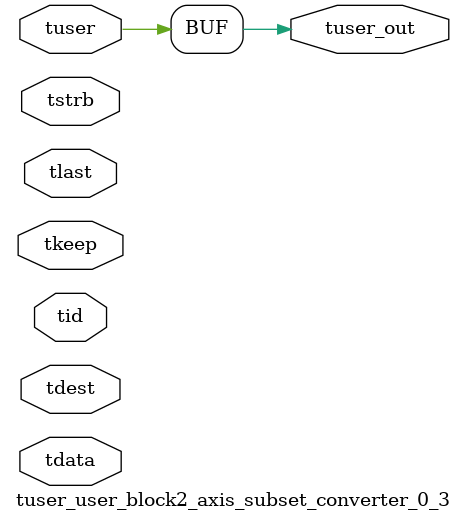
<source format=v>


`timescale 1ps/1ps

module tuser_user_block2_axis_subset_converter_0_3 #
(
parameter C_S_AXIS_TUSER_WIDTH = 1,
parameter C_S_AXIS_TDATA_WIDTH = 32,
parameter C_S_AXIS_TID_WIDTH   = 0,
parameter C_S_AXIS_TDEST_WIDTH = 0,
parameter C_M_AXIS_TUSER_WIDTH = 1
)
(
input  [(C_S_AXIS_TUSER_WIDTH == 0 ? 1 : C_S_AXIS_TUSER_WIDTH)-1:0     ] tuser,
input  [(C_S_AXIS_TDATA_WIDTH == 0 ? 1 : C_S_AXIS_TDATA_WIDTH)-1:0     ] tdata,
input  [(C_S_AXIS_TID_WIDTH   == 0 ? 1 : C_S_AXIS_TID_WIDTH)-1:0       ] tid,
input  [(C_S_AXIS_TDEST_WIDTH == 0 ? 1 : C_S_AXIS_TDEST_WIDTH)-1:0     ] tdest,
input  [(C_S_AXIS_TDATA_WIDTH/8)-1:0 ] tkeep,
input  [(C_S_AXIS_TDATA_WIDTH/8)-1:0 ] tstrb,
input                                                                    tlast,
output [C_M_AXIS_TUSER_WIDTH-1:0] tuser_out
);

assign tuser_out = {tuser[127:0]};

endmodule


</source>
